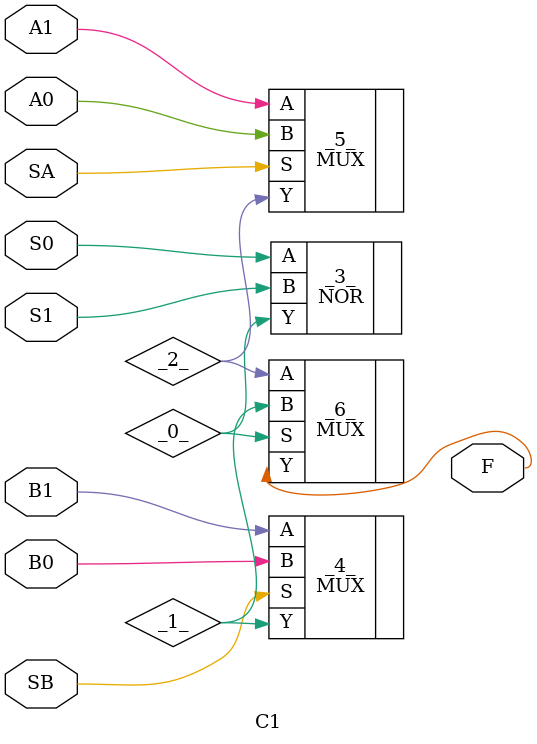
<source format=v>
/* Generated by Yosys 0.33 (git sha1 2584903a060) */

(* top =  1  *)
(* src = "simple.v:1.1-13.10" *)
module C1(A0, A1, SA, B0, B1, SB, S0, S1, F);
  wire _0_;
  wire _1_;
  wire _2_;
  (* src = "simple.v:2.11-2.13" *)
  input A0;
  wire A0;
  (* src = "simple.v:2.15-2.17" *)
  input A1;
  wire A1;
  (* src = "simple.v:3.11-3.13" *)
  input B0;
  wire B0;
  (* src = "simple.v:3.15-3.17" *)
  input B1;
  wire B1;
  (* src = "simple.v:5.12-5.13" *)
  output F;
  wire F;
  (* src = "simple.v:4.11-4.13" *)
  input S0;
  wire S0;
  (* src = "simple.v:4.15-4.17" *)
  input S1;
  wire S1;
  (* src = "simple.v:2.19-2.21" *)
  input SA;
  wire SA;
  (* src = "simple.v:3.19-3.21" *)
  input SB;
  wire SB;
  NOR _3_ (
    .A(S0),
    .B(S1),
    .Y(_0_)
  );
  MUX _4_ (
    .A(B1),
    .B(B0),
    .S(SB),
    .Y(_1_)
  );
  MUX _5_ (
    .A(A1),
    .B(A0),
    .S(SA),
    .Y(_2_)
  );
  MUX _6_ (
    .A(_2_),
    .B(_1_),
    .S(_0_),
    .Y(F)
  );
endmodule

</source>
